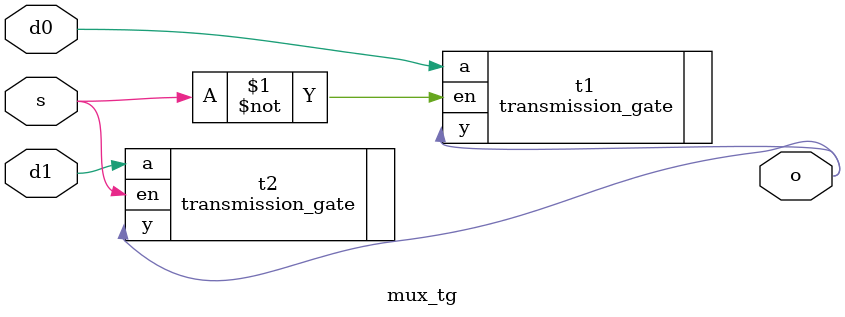
<source format=v>
`include"transmission_gate.v"
module mux_tg(input d0,d1,s,output o);
wire w1;
transmission_gate t1(.a(d0),.en(~s),.y(o));
transmission_gate t2(.a(d1),.en(s),.y(o));
endmodule

</source>
